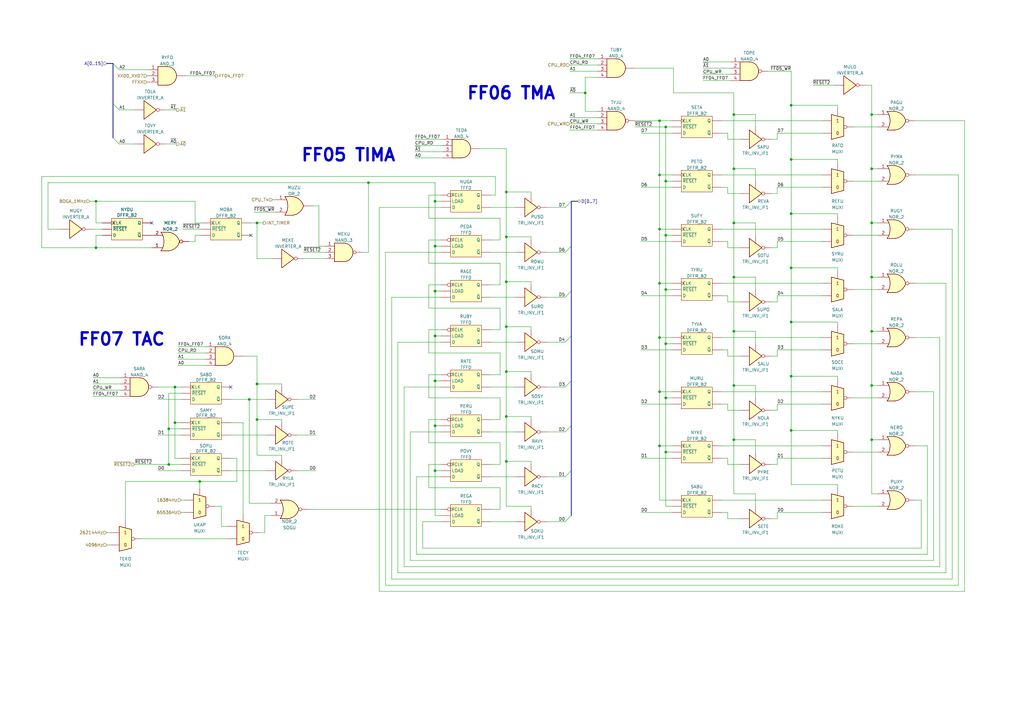
<source format=kicad_sch>
(kicad_sch (version 20211123) (generator eeschema)
  (paper "A3")
  (title_block (title "DMG-CPU B") (date "2022-12-22") (rev "0.3") (company "CC-BY-SA-4.0 Régis Galland & Michael Singer -- Derived work from Furrtek") (comment 1 "https://github.com/msinger/dmg-schematics"))
  (junction (at 207.645 170.815))
  (junction (at 300.99 91.44))
  (junction (at 300.99 46.99))
  (junction (at 178.435 82.55))
  (junction (at 69.215 190.5))
  (junction (at 71.755 173.355))
  (junction (at 207.645 115.57))
  (junction (at 273.05 74.295))
  (junction (at 357.505 180.34))
  (junction (at 300.99 113.665))
  (junction (at 39.37 82.55))
  (junction (at 71.755 158.75))
  (junction (at 207.645 189.23))
  (junction (at 357.505 135.89))
  (junction (at 105.41 157.48))
  (junction (at 81.915 197.485))
  (junction (at 324.485 43.18))
  (junction (at 105.41 172.085))
  (junction (at 273.05 52.07))
  (junction (at 178.435 156.21))
  (junction (at 270.51 138.43))
  (junction (at 270.51 182.88))
  (junction (at 105.41 91.44))
  (junction (at 324.485 65.405))
  (junction (at 178.435 119.38))
  (junction (at 324.485 154.305))
  (junction (at 270.51 49.53))
  (junction (at 178.435 137.795))
  (junction (at 300.99 69.215))
  (junction (at 357.505 113.665))
  (junction (at 324.485 87.63))
  (junction (at 273.05 185.42))
  (junction (at 357.505 91.44))
  (junction (at 178.435 174.625))
  (junction (at 207.645 97.155))
  (junction (at 273.05 96.52))
  (junction (at 300.99 158.115))
  (junction (at 151.13 74.93))
  (junction (at 207.645 152.4))
  (junction (at 273.05 118.745))
  (junction (at 270.51 71.755))
  (junction (at 324.485 132.08))
  (junction (at 273.05 140.97))
  (junction (at 357.505 69.215))
  (junction (at 300.99 135.89))
  (junction (at 178.435 100.965))
  (junction (at 39.37 101.6))
  (junction (at 324.485 176.53))
  (junction (at 270.51 160.655))
  (junction (at 207.645 133.985))
  (junction (at 357.505 158.115))
  (junction (at 357.505 46.99))
  (junction (at 270.51 93.98))
  (junction (at 178.435 193.04))
  (junction (at 270.51 116.205))
  (junction (at 207.645 78.74))
  (junction (at 102.235 163.83))
  (junction (at 324.485 109.855))
  (junction (at 300.99 180.34))
  (junction (at 69.215 175.895))
  (junction (at 273.05 163.195))
  (junction (at 240.03 38.1))
  (no_connect (at 102.87 96.52))
  (no_connect (at 62.23 91.44))
  (no_connect (at 94.615 158.75))
  (bus_entry (at 48.895 59.055) (size -2.54 -2.54))
  (bus_entry (at 231.775 158.75) (size 2.54 -2.54))
  (bus_entry (at 231.775 121.92) (size 2.54 -2.54))
  (bus_entry (at 231.775 140.335) (size 2.54 -2.54))
  (bus_entry (at 231.775 213.995) (size 2.54 -2.54))
  (bus_entry (at 231.775 195.58) (size 2.54 -2.54))
  (bus_entry (at 231.775 177.165) (size 2.54 -2.54))
  (bus_entry (at 231.775 103.505) (size 2.54 -2.54))
  (bus_entry (at 231.775 85.09) (size 2.54 -2.54))
  (bus_entry (at 48.895 45.085) (size -2.54 -2.54))
  (bus_entry (at 48.895 28.575) (size -2.54 -2.54))
  (wire (pts (xy 99.695 146.05) (xy 105.41 146.05)))
  (wire (pts (xy 80.01 91.44) (xy 82.55 91.44)))
  (wire (pts (xy 324.485 29.21) (xy 324.485 43.18)))
  (wire (pts (xy 71.755 158.75) (xy 74.295 158.75)))
  (wire (pts (xy 270.51 93.98) (xy 275.59 93.98)))
  (wire (pts (xy 324.485 176.53) (xy 324.485 198.755)))
  (wire (pts (xy 343.535 200.025) (xy 343.535 198.755)))
  (wire (pts (xy 160.655 121.92) (xy 160.655 237.49)))
  (wire (pts (xy 205.105 126.365) (xy 175.895 126.365)))
  (wire (pts (xy 357.505 180.34) (xy 357.505 202.565)))
  (wire (pts (xy 19.685 93.98) (xy 24.765 93.98)))
  (wire (pts (xy 270.51 93.98) (xy 270.51 116.205)))
  (wire (pts (xy 295.91 187.96) (xy 298.45 187.96)))
  (wire (pts (xy 130.81 100.965) (xy 133.35 100.965)))
  (wire (pts (xy 260.35 27.94) (xy 276.225 27.94)))
  (wire (pts (xy 276.225 38.1) (xy 300.99 38.1)))
  (wire (pts (xy 201.295 98.425) (xy 205.105 98.425)))
  (wire (pts (xy 205.105 89.535) (xy 175.895 89.535)))
  (wire (pts (xy 273.05 74.295) (xy 275.59 74.295)))
  (wire (pts (xy 260.35 49.53) (xy 270.51 49.53)))
  (wire (pts (xy 270.51 160.655) (xy 275.59 160.655)))
  (wire (pts (xy 300.99 113.665) (xy 300.99 135.89)))
  (wire (pts (xy 375.285 205.105) (xy 377.825 205.105)))
  (wire (pts (xy 38.1 157.48) (xy 49.53 157.48)))
  (wire (pts (xy 318.77 121.285) (xy 337.185 121.285)))
  (wire (pts (xy 295.91 71.755) (xy 337.185 71.755)))
  (wire (pts (xy 349.885 163.195) (xy 360.045 163.195)))
  (bus (pts (xy 46.355 42.545) (xy 46.355 26.035)))
  (wire (pts (xy 295.91 116.205) (xy 337.185 116.205)))
  (wire (pts (xy 74.295 205.105) (xy 75.565 205.105)))
  (wire (pts (xy 207.645 152.4) (xy 217.805 152.4)))
  (wire (pts (xy 151.13 74.93) (xy 19.685 74.93)))
  (wire (pts (xy 300.99 202.565) (xy 309.88 202.565)))
  (wire (pts (xy 105.41 157.48) (xy 115.57 157.48)))
  (wire (pts (xy 201.295 80.01) (xy 203.2 80.01)))
  (wire (pts (xy 300.99 135.89) (xy 300.99 158.115)))
  (wire (pts (xy 74.295 175.895) (xy 69.215 175.895)))
  (wire (pts (xy 165.735 232.41) (xy 385.445 232.41)))
  (wire (pts (xy 309.88 69.215) (xy 309.88 74.295)))
  (wire (pts (xy 115.57 157.48) (xy 115.57 158.75)))
  (wire (pts (xy 94.615 163.83) (xy 102.235 163.83)))
  (wire (pts (xy 393.065 71.755) (xy 375.285 71.755)))
  (wire (pts (xy 126.365 208.915) (xy 180.975 208.915)))
  (wire (pts (xy 375.285 93.98) (xy 390.525 93.98)))
  (wire (pts (xy 48.895 59.055) (xy 55.245 59.055)))
  (wire (pts (xy 90.805 207.645) (xy 88.265 207.645)))
  (wire (pts (xy 295.91 76.835) (xy 298.45 76.835)))
  (wire (pts (xy 270.51 49.53) (xy 275.59 49.53)))
  (wire (pts (xy 178.435 174.625) (xy 180.975 174.625)))
  (wire (pts (xy 270.51 49.53) (xy 270.51 71.755)))
  (wire (pts (xy 224.155 158.75) (xy 231.775 158.75)))
  (wire (pts (xy 69.215 161.29) (xy 69.215 175.895)))
  (wire (pts (xy 300.99 69.215) (xy 309.88 69.215)))
  (wire (pts (xy 71.755 187.96) (xy 74.295 187.96)))
  (wire (pts (xy 316.23 57.15) (xy 318.77 57.15)))
  (wire (pts (xy 262.89 99.06) (xy 275.59 99.06)))
  (wire (pts (xy 233.68 53.34) (xy 245.11 53.34)))
  (wire (pts (xy 73.025 142.24) (xy 84.455 142.24)))
  (wire (pts (xy 67.945 45.085) (xy 72.39 45.085)))
  (wire (pts (xy 224.155 103.505) (xy 231.775 103.505)))
  (wire (pts (xy 349.885 52.07) (xy 360.045 52.07)))
  (bus (pts (xy 46.355 56.515) (xy 46.355 42.545)))
  (wire (pts (xy 163.195 140.335) (xy 163.195 234.95)))
  (wire (pts (xy 300.99 113.665) (xy 309.88 113.665)))
  (wire (pts (xy 270.51 138.43) (xy 270.51 160.655)))
  (wire (pts (xy 102.235 163.83) (xy 109.22 163.83)))
  (wire (pts (xy 207.645 170.815) (xy 207.645 189.23)))
  (wire (pts (xy 380.365 182.88) (xy 380.365 227.33)))
  (wire (pts (xy 205.105 181.61) (xy 175.895 181.61)))
  (wire (pts (xy 357.505 34.925) (xy 357.505 46.99)))
  (wire (pts (xy 124.46 103.505) (xy 133.35 103.505)))
  (wire (pts (xy 273.05 163.195) (xy 273.05 185.42)))
  (wire (pts (xy 60.325 31.115) (xy 60.96 31.115)))
  (wire (pts (xy 343.535 87.63) (xy 324.485 87.63)))
  (wire (pts (xy 121.92 193.04) (xy 129.54 193.04)))
  (wire (pts (xy 207.645 115.57) (xy 207.645 133.985)))
  (wire (pts (xy 207.645 189.23) (xy 217.805 189.23)))
  (wire (pts (xy 233.68 26.67) (xy 245.11 26.67)))
  (wire (pts (xy 178.435 174.625) (xy 178.435 193.04)))
  (wire (pts (xy 298.45 99.06) (xy 298.45 101.6)))
  (wire (pts (xy 175.895 135.255) (xy 180.975 135.255)))
  (wire (pts (xy 343.535 44.45) (xy 343.535 43.18)))
  (wire (pts (xy 316.23 168.275) (xy 318.77 168.275)))
  (wire (pts (xy 175.895 172.085) (xy 180.975 172.085)))
  (wire (pts (xy 324.485 29.21) (xy 314.96 29.21)))
  (wire (pts (xy 393.065 240.03) (xy 393.065 71.755)))
  (wire (pts (xy 324.485 43.18) (xy 324.485 65.405)))
  (wire (pts (xy 121.92 178.435) (xy 129.54 178.435)))
  (wire (pts (xy 205.105 153.67) (xy 205.105 144.78)))
  (wire (pts (xy 240.03 38.1) (xy 240.03 45.72)))
  (wire (pts (xy 173.355 224.79) (xy 377.825 224.79)))
  (wire (pts (xy 74.295 161.29) (xy 69.215 161.29)))
  (wire (pts (xy 201.295 121.92) (xy 211.455 121.92)))
  (wire (pts (xy 224.155 140.335) (xy 231.775 140.335)))
  (wire (pts (xy 178.435 156.21) (xy 178.435 174.625)))
  (wire (pts (xy 43.815 218.44) (xy 45.085 218.44)))
  (wire (pts (xy 73.025 149.86) (xy 84.455 149.86)))
  (wire (pts (xy 111.76 81.915) (xy 113.03 81.915)))
  (bus (pts (xy 234.315 100.965) (xy 234.315 82.55)))
  (wire (pts (xy 201.295 177.165) (xy 211.455 177.165)))
  (bus (pts (xy 234.315 137.795) (xy 234.315 119.38)))
  (wire (pts (xy 357.505 135.89) (xy 357.505 158.115)))
  (wire (pts (xy 233.68 24.13) (xy 245.11 24.13)))
  (wire (pts (xy 298.45 123.825) (xy 303.53 123.825)))
  (wire (pts (xy 105.41 146.05) (xy 105.41 157.48)))
  (wire (pts (xy 324.485 154.305) (xy 324.485 176.53)))
  (wire (pts (xy 97.155 187.96) (xy 94.615 187.96)))
  (wire (pts (xy 298.45 168.275) (xy 303.53 168.275)))
  (wire (pts (xy 165.735 232.41) (xy 165.735 158.75)))
  (wire (pts (xy 318.77 54.61) (xy 318.77 57.15)))
  (wire (pts (xy 205.105 144.78) (xy 175.895 144.78)))
  (wire (pts (xy 207.645 133.985) (xy 207.645 152.4)))
  (wire (pts (xy 170.815 195.58) (xy 180.975 195.58)))
  (wire (pts (xy 180.975 193.04) (xy 178.435 193.04)))
  (wire (pts (xy 60.325 33.655) (xy 60.96 33.655)))
  (wire (pts (xy 318.77 187.96) (xy 337.185 187.96)))
  (wire (pts (xy 168.275 229.87) (xy 382.905 229.87)))
  (wire (pts (xy 38.1 154.94) (xy 49.53 154.94)))
  (wire (pts (xy 270.51 138.43) (xy 275.59 138.43)))
  (wire (pts (xy 300.99 46.99) (xy 300.99 69.215)))
  (wire (pts (xy 377.825 224.79) (xy 377.825 205.105)))
  (wire (pts (xy 105.41 106.045) (xy 111.76 106.045)))
  (wire (pts (xy 333.375 34.925) (xy 342.265 34.925)))
  (wire (pts (xy 57.785 220.98) (xy 93.345 220.98)))
  (wire (pts (xy 201.295 208.915) (xy 205.105 208.915)))
  (wire (pts (xy 270.51 160.655) (xy 270.51 182.88)))
  (wire (pts (xy 349.885 140.97) (xy 360.045 140.97)))
  (wire (pts (xy 309.88 202.565) (xy 309.88 207.645)))
  (wire (pts (xy 73.025 144.78) (xy 84.455 144.78)))
  (wire (pts (xy 318.77 101.6) (xy 318.77 99.06)))
  (wire (pts (xy 318.77 143.51) (xy 337.185 143.51)))
  (wire (pts (xy 207.645 60.96) (xy 207.645 78.74)))
  (wire (pts (xy 17.145 72.39) (xy 203.2 72.39)))
  (wire (pts (xy 357.505 158.115) (xy 357.505 180.34)))
  (wire (pts (xy 207.645 78.74) (xy 217.805 78.74)))
  (wire (pts (xy 207.645 133.985) (xy 217.805 133.985)))
  (wire (pts (xy 74.295 210.185) (xy 75.565 210.185)))
  (wire (pts (xy 295.91 99.06) (xy 298.45 99.06)))
  (wire (pts (xy 343.535 109.855) (xy 324.485 109.855)))
  (wire (pts (xy 99.695 173.355) (xy 99.695 210.82)))
  (wire (pts (xy 324.485 132.08) (xy 324.485 154.305)))
  (wire (pts (xy 69.215 175.895) (xy 69.215 190.5)))
  (wire (pts (xy 201.295 116.84) (xy 205.105 116.84)))
  (wire (pts (xy 357.505 46.99) (xy 357.505 69.215)))
  (wire (pts (xy 170.18 64.77) (xy 181.61 64.77)))
  (wire (pts (xy 175.895 98.425) (xy 180.975 98.425)))
  (wire (pts (xy 300.99 38.1) (xy 300.99 46.99)))
  (wire (pts (xy 295.91 205.105) (xy 337.185 205.105)))
  (wire (pts (xy 205.105 172.085) (xy 205.105 163.195)))
  (wire (pts (xy 309.88 46.99) (xy 309.88 52.07)))
  (wire (pts (xy 318.77 54.61) (xy 337.185 54.61)))
  (wire (pts (xy 71.755 173.355) (xy 74.295 173.355)))
  (bus (pts (xy 234.315 211.455) (xy 234.315 193.04)))
  (bus (pts (xy 234.315 193.04) (xy 234.315 174.625)))
  (wire (pts (xy 295.91 121.285) (xy 298.45 121.285)))
  (wire (pts (xy 318.77 146.05) (xy 318.77 143.51)))
  (bus (pts (xy 234.315 156.21) (xy 234.315 137.795)))
  (wire (pts (xy 309.88 113.665) (xy 309.88 118.745)))
  (wire (pts (xy 318.77 165.735) (xy 337.185 165.735)))
  (wire (pts (xy 318.77 79.375) (xy 318.77 76.835)))
  (wire (pts (xy 382.905 160.655) (xy 375.285 160.655)))
  (wire (pts (xy 300.99 180.34) (xy 300.99 202.565)))
  (wire (pts (xy 360.045 180.34) (xy 357.505 180.34)))
  (wire (pts (xy 262.89 143.51) (xy 275.59 143.51)))
  (wire (pts (xy 224.155 177.165) (xy 231.775 177.165)))
  (wire (pts (xy 217.805 133.985) (xy 217.805 135.255)))
  (wire (pts (xy 295.91 165.735) (xy 298.45 165.735)))
  (wire (pts (xy 298.45 165.735) (xy 298.45 168.275)))
  (wire (pts (xy 108.585 211.455) (xy 111.125 211.455)))
  (wire (pts (xy 273.05 118.745) (xy 273.05 140.97)))
  (wire (pts (xy 262.89 210.185) (xy 275.59 210.185)))
  (wire (pts (xy 270.51 182.88) (xy 275.59 182.88)))
  (wire (pts (xy 105.41 186.69) (xy 115.57 186.69)))
  (wire (pts (xy 217.805 78.74) (xy 217.805 80.01)))
  (wire (pts (xy 375.285 182.88) (xy 380.365 182.88)))
  (wire (pts (xy 178.435 137.795) (xy 178.435 156.21)))
  (wire (pts (xy 318.77 210.185) (xy 337.185 210.185)))
  (wire (pts (xy 349.885 74.295) (xy 360.045 74.295)))
  (wire (pts (xy 273.05 207.645) (xy 275.59 207.645)))
  (wire (pts (xy 128.27 84.455) (xy 130.81 84.455)))
  (wire (pts (xy 288.29 25.4) (xy 299.72 25.4)))
  (wire (pts (xy 298.45 190.5) (xy 303.53 190.5)))
  (wire (pts (xy 273.05 118.745) (xy 275.59 118.745)))
  (wire (pts (xy 295.91 160.655) (xy 337.185 160.655)))
  (wire (pts (xy 207.645 115.57) (xy 217.805 115.57)))
  (wire (pts (xy 175.895 163.195) (xy 175.895 153.67)))
  (wire (pts (xy 207.645 78.74) (xy 207.645 97.155)))
  (wire (pts (xy 298.45 146.05) (xy 303.53 146.05)))
  (wire (pts (xy 178.435 137.795) (xy 180.975 137.795)))
  (wire (pts (xy 81.915 197.485) (xy 51.435 197.485)))
  (wire (pts (xy 205.105 163.195) (xy 175.895 163.195)))
  (wire (pts (xy 262.89 76.835) (xy 275.59 76.835)))
  (wire (pts (xy 175.895 126.365) (xy 175.895 116.84)))
  (wire (pts (xy 270.51 71.755) (xy 275.59 71.755)))
  (wire (pts (xy 360.045 69.215) (xy 357.505 69.215)))
  (wire (pts (xy 74.295 190.5) (xy 69.215 190.5)))
  (wire (pts (xy 349.885 96.52) (xy 360.045 96.52)))
  (wire (pts (xy 288.29 27.94) (xy 299.72 27.94)))
  (wire (pts (xy 318.77 123.825) (xy 318.77 121.285)))
  (wire (pts (xy 357.505 69.215) (xy 357.505 91.44)))
  (wire (pts (xy 217.805 152.4) (xy 217.805 153.67)))
  (wire (pts (xy 273.05 52.07) (xy 273.05 74.295)))
  (wire (pts (xy 207.645 170.815) (xy 217.805 170.815)))
  (wire (pts (xy 81.915 197.485) (xy 81.915 200.025)))
  (wire (pts (xy 64.77 163.83) (xy 74.295 163.83)))
  (wire (pts (xy 273.05 96.52) (xy 273.05 118.745)))
  (wire (pts (xy 155.575 242.57) (xy 395.605 242.57)))
  (wire (pts (xy 298.45 187.96) (xy 298.45 190.5)))
  (wire (pts (xy 224.155 195.58) (xy 231.775 195.58)))
  (wire (pts (xy 158.115 240.03) (xy 393.065 240.03)))
  (wire (pts (xy 300.99 135.89) (xy 309.88 135.89)))
  (wire (pts (xy 316.23 212.725) (xy 318.77 212.725)))
  (wire (pts (xy 295.91 54.61) (xy 298.45 54.61)))
  (wire (pts (xy 148.59 103.505) (xy 151.13 103.505)))
  (wire (pts (xy 343.535 43.18) (xy 324.485 43.18)))
  (wire (pts (xy 108.585 211.455) (xy 108.585 218.44)))
  (bus (pts (xy 234.315 119.38) (xy 234.315 100.965)))
  (wire (pts (xy 38.1 162.56) (xy 49.53 162.56)))
  (wire (pts (xy 37.465 93.98) (xy 41.91 93.98)))
  (wire (pts (xy 201.295 195.58) (xy 211.455 195.58)))
  (wire (pts (xy 39.37 82.55) (xy 80.01 82.55)))
  (wire (pts (xy 196.85 60.96) (xy 207.645 60.96)))
  (wire (pts (xy 175.895 181.61) (xy 175.895 172.085)))
  (wire (pts (xy 175.895 116.84) (xy 180.975 116.84)))
  (wire (pts (xy 360.045 113.665) (xy 357.505 113.665)))
  (wire (pts (xy 175.895 190.5) (xy 180.975 190.5)))
  (wire (pts (xy 105.41 157.48) (xy 105.41 172.085)))
  (wire (pts (xy 270.51 71.755) (xy 270.51 93.98)))
  (wire (pts (xy 155.575 85.09) (xy 180.975 85.09)))
  (wire (pts (xy 155.575 85.09) (xy 155.575 242.57)))
  (wire (pts (xy 205.105 135.255) (xy 205.105 126.365)))
  (wire (pts (xy 318.77 99.06) (xy 337.185 99.06)))
  (wire (pts (xy 105.41 91.44) (xy 107.95 91.44)))
  (wire (pts (xy 17.145 72.39) (xy 17.145 101.6)))
  (wire (pts (xy 343.535 133.35) (xy 343.535 132.08)))
  (wire (pts (xy 298.45 76.835) (xy 298.45 79.375)))
  (wire (pts (xy 207.645 207.645) (xy 217.805 207.645)))
  (wire (pts (xy 309.88 158.115) (xy 309.88 163.195)))
  (wire (pts (xy 385.445 138.43) (xy 385.445 232.41)))
  (wire (pts (xy 115.57 186.69) (xy 115.57 187.96)))
  (wire (pts (xy 201.295 85.09) (xy 211.455 85.09)))
  (wire (pts (xy 262.89 165.735) (xy 275.59 165.735)))
  (wire (pts (xy 390.525 93.98) (xy 390.525 237.49)))
  (wire (pts (xy 76.2 31.115) (xy 88.265 31.115)))
  (wire (pts (xy 318.77 190.5) (xy 318.77 187.96)))
  (wire (pts (xy 67.945 59.055) (xy 72.39 59.055)))
  (wire (pts (xy 201.295 158.75) (xy 211.455 158.75)))
  (wire (pts (xy 36.83 82.55) (xy 39.37 82.55)))
  (wire (pts (xy 178.435 211.455) (xy 180.975 211.455)))
  (wire (pts (xy 324.485 109.855) (xy 324.485 132.08)))
  (wire (pts (xy 163.195 140.335) (xy 180.975 140.335)))
  (wire (pts (xy 217.805 207.645) (xy 217.805 208.915)))
  (wire (pts (xy 316.23 79.375) (xy 318.77 79.375)))
  (wire (pts (xy 300.99 69.215) (xy 300.99 91.44)))
  (wire (pts (xy 165.735 158.75) (xy 180.975 158.75)))
  (wire (pts (xy 178.435 74.93) (xy 178.435 82.55)))
  (wire (pts (xy 298.45 101.6) (xy 303.53 101.6)))
  (wire (pts (xy 178.435 100.965) (xy 178.435 119.38)))
  (wire (pts (xy 102.235 163.83) (xy 102.235 206.375)))
  (wire (pts (xy 298.45 210.185) (xy 298.45 212.725)))
  (wire (pts (xy 324.485 87.63) (xy 324.485 109.855)))
  (wire (pts (xy 205.105 190.5) (xy 205.105 181.61)))
  (wire (pts (xy 217.805 170.815) (xy 217.805 172.085)))
  (wire (pts (xy 170.815 227.33) (xy 380.365 227.33)))
  (wire (pts (xy 71.755 158.75) (xy 71.755 173.355)))
  (wire (pts (xy 382.905 229.87) (xy 382.905 160.655)))
  (wire (pts (xy 240.03 38.1) (xy 240.03 31.75)))
  (wire (pts (xy 39.37 91.44) (xy 39.37 82.55)))
  (wire (pts (xy 170.18 57.15) (xy 181.61 57.15)))
  (wire (pts (xy 309.88 91.44) (xy 309.88 96.52)))
  (wire (pts (xy 343.535 66.675) (xy 343.535 65.405)))
  (wire (pts (xy 270.51 116.205) (xy 275.59 116.205)))
  (wire (pts (xy 298.45 143.51) (xy 298.45 146.05)))
  (wire (pts (xy 178.435 156.21) (xy 180.975 156.21)))
  (wire (pts (xy 105.41 172.085) (xy 115.57 172.085)))
  (wire (pts (xy 121.92 163.83) (xy 129.54 163.83)))
  (wire (pts (xy 124.46 106.045) (xy 133.35 106.045)))
  (wire (pts (xy 349.885 118.745) (xy 360.045 118.745)))
  (wire (pts (xy 295.91 138.43) (xy 337.185 138.43)))
  (wire (pts (xy 175.895 107.95) (xy 175.895 98.425)))
  (wire (pts (xy 300.99 46.99) (xy 309.88 46.99)))
  (wire (pts (xy 316.23 123.825) (xy 318.77 123.825)))
  (wire (pts (xy 108.585 218.44) (xy 106.045 218.44)))
  (wire (pts (xy 343.535 111.125) (xy 343.535 109.855)))
  (wire (pts (xy 178.435 119.38) (xy 178.435 137.795)))
  (wire (pts (xy 205.105 208.915) (xy 205.105 200.025)))
  (wire (pts (xy 295.91 143.51) (xy 298.45 143.51)))
  (wire (pts (xy 233.68 48.26) (xy 245.11 48.26)))
  (wire (pts (xy 357.505 91.44) (xy 357.505 113.665)))
  (wire (pts (xy 201.295 172.085) (xy 205.105 172.085)))
  (wire (pts (xy 64.77 158.75) (xy 71.755 158.75)))
  (wire (pts (xy 105.41 172.085) (xy 105.41 186.69)))
  (wire (pts (xy 295.91 93.98) (xy 337.185 93.98)))
  (wire (pts (xy 288.29 30.48) (xy 299.72 30.48)))
  (wire (pts (xy 318.77 76.835) (xy 337.185 76.835)))
  (wire (pts (xy 375.285 49.53) (xy 395.605 49.53)))
  (wire (pts (xy 151.13 74.93) (xy 178.435 74.93)))
  (wire (pts (xy 360.045 91.44) (xy 357.505 91.44)))
  (wire (pts (xy 178.435 193.04) (xy 178.435 211.455)))
  (wire (pts (xy 343.535 132.08) (xy 324.485 132.08)))
  (wire (pts (xy 270.51 205.105) (xy 275.59 205.105)))
  (wire (pts (xy 349.885 207.645) (xy 360.045 207.645)))
  (wire (pts (xy 270.51 182.88) (xy 270.51 205.105)))
  (bus (pts (xy 234.315 82.55) (xy 236.855 82.55)))
  (wire (pts (xy 375.285 138.43) (xy 385.445 138.43)))
  (wire (pts (xy 273.05 140.97) (xy 273.05 163.195)))
  (wire (pts (xy 360.045 202.565) (xy 357.505 202.565)))
  (wire (pts (xy 300.99 91.44) (xy 309.88 91.44)))
  (wire (pts (xy 175.895 80.01) (xy 180.975 80.01)))
  (wire (pts (xy 217.805 115.57) (xy 217.805 116.84)))
  (wire (pts (xy 207.645 152.4) (xy 207.645 170.815)))
  (wire (pts (xy 170.18 62.23) (xy 181.61 62.23)))
  (wire (pts (xy 343.535 176.53) (xy 324.485 176.53)))
  (wire (pts (xy 207.645 97.155) (xy 207.645 115.57)))
  (wire (pts (xy 343.535 154.305) (xy 324.485 154.305)))
  (wire (pts (xy 300.99 158.115) (xy 309.88 158.115)))
  (wire (pts (xy 97.155 187.96) (xy 97.155 197.485)))
  (wire (pts (xy 102.235 206.375) (xy 111.125 206.375)))
  (wire (pts (xy 170.815 227.33) (xy 170.815 195.58)))
  (wire (pts (xy 160.655 121.92) (xy 180.975 121.92)))
  (wire (pts (xy 178.435 119.38) (xy 180.975 119.38)))
  (wire (pts (xy 273.05 96.52) (xy 275.59 96.52)))
  (wire (pts (xy 354.965 34.925) (xy 357.505 34.925)))
  (wire (pts (xy 115.57 172.085) (xy 115.57 173.355)))
  (wire (pts (xy 102.87 91.44) (xy 105.41 91.44)))
  (wire (pts (xy 201.295 140.335) (xy 211.455 140.335)))
  (wire (pts (xy 360.045 46.99) (xy 357.505 46.99)))
  (wire (pts (xy 104.14 86.995) (xy 113.03 86.995)))
  (wire (pts (xy 295.91 182.88) (xy 337.185 182.88)))
  (wire (pts (xy 298.45 54.61) (xy 298.45 57.15)))
  (wire (pts (xy 168.275 177.165) (xy 180.975 177.165)))
  (wire (pts (xy 175.895 144.78) (xy 175.895 135.255)))
  (wire (pts (xy 205.105 200.025) (xy 175.895 200.025)))
  (wire (pts (xy 178.435 100.965) (xy 180.975 100.965)))
  (wire (pts (xy 298.45 57.15) (xy 303.53 57.15)))
  (wire (pts (xy 298.45 121.285) (xy 298.45 123.825)))
  (wire (pts (xy 90.805 207.645) (xy 90.805 215.9)))
  (wire (pts (xy 260.35 52.07) (xy 273.05 52.07)))
  (wire (pts (xy 360.045 158.115) (xy 357.505 158.115)))
  (wire (pts (xy 74.93 93.98) (xy 82.55 93.98)))
  (wire (pts (xy 201.295 213.995) (xy 211.455 213.995)))
  (wire (pts (xy 273.05 74.295) (xy 273.05 96.52)))
  (wire (pts (xy 71.755 173.355) (xy 71.755 187.96)))
  (wire (pts (xy 224.155 213.995) (xy 231.775 213.995)))
  (wire (pts (xy 163.195 234.95) (xy 387.985 234.95)))
  (wire (pts (xy 324.485 65.405) (xy 343.535 65.405)))
  (wire (pts (xy 205.105 107.95) (xy 175.895 107.95)))
  (wire (pts (xy 300.99 180.34) (xy 309.88 180.34)))
  (wire (pts (xy 262.89 187.96) (xy 275.59 187.96)))
  (wire (pts (xy 48.895 28.575) (xy 60.96 28.575)))
  (wire (pts (xy 295.91 210.185) (xy 298.45 210.185)))
  (wire (pts (xy 207.645 189.23) (xy 207.645 207.645)))
  (bus (pts (xy 43.815 26.035) (xy 46.355 26.035)))
  (wire (pts (xy 201.295 190.5) (xy 205.105 190.5)))
  (wire (pts (xy 151.13 74.93) (xy 151.13 103.505)))
  (wire (pts (xy 43.815 223.52) (xy 45.085 223.52)))
  (wire (pts (xy 175.895 89.535) (xy 175.895 80.01)))
  (wire (pts (xy 201.295 103.505) (xy 211.455 103.505)))
  (wire (pts (xy 324.485 65.405) (xy 324.485 87.63)))
  (wire (pts (xy 39.37 96.52) (xy 41.91 96.52)))
  (wire (pts (xy 318.77 212.725) (xy 318.77 210.185)))
  (wire (pts (xy 41.91 91.44) (xy 39.37 91.44)))
  (wire (pts (xy 343.535 88.9) (xy 343.535 87.63)))
  (wire (pts (xy 201.295 135.255) (xy 205.105 135.255)))
  (wire (pts (xy 295.91 49.53) (xy 337.185 49.53)))
  (wire (pts (xy 160.655 237.49) (xy 390.525 237.49)))
  (wire (pts (xy 80.01 96.52) (xy 82.55 96.52)))
  (wire (pts (xy 318.77 168.275) (xy 318.77 165.735)))
  (wire (pts (xy 316.23 190.5) (xy 318.77 190.5)))
  (wire (pts (xy 395.605 49.53) (xy 395.605 242.57)))
  (wire (pts (xy 130.81 84.455) (xy 130.81 100.965)))
  (wire (pts (xy 168.275 177.165) (xy 168.275 229.87)))
  (wire (pts (xy 73.025 147.32) (xy 84.455 147.32)))
  (wire (pts (xy 273.05 163.195) (xy 275.59 163.195)))
  (wire (pts (xy 357.505 113.665) (xy 357.505 135.89)))
  (wire (pts (xy 64.77 178.435) (xy 74.295 178.435)))
  (wire (pts (xy 273.05 140.97) (xy 275.59 140.97)))
  (wire (pts (xy 105.41 91.44) (xy 105.41 106.045)))
  (wire (pts (xy 387.985 116.205) (xy 375.285 116.205)))
  (wire (pts (xy 39.37 101.6) (xy 62.23 101.6)))
  (bus (pts (xy 234.315 174.625) (xy 234.315 156.21)))
  (wire (pts (xy 19.685 74.93) (xy 19.685 93.98)))
  (wire (pts (xy 276.225 27.94) (xy 276.225 38.1)))
  (wire (pts (xy 387.985 234.95) (xy 387.985 116.205)))
  (wire (pts (xy 233.68 29.21) (xy 245.11 29.21)))
  (wire (pts (xy 273.05 52.07) (xy 275.59 52.07)))
  (wire (pts (xy 217.805 97.155) (xy 217.805 98.425)))
  (wire (pts (xy 316.23 101.6) (xy 318.77 101.6)))
  (wire (pts (xy 17.145 101.6) (xy 39.37 101.6)))
  (wire (pts (xy 309.88 180.34) (xy 309.88 185.42)))
  (wire (pts (xy 343.535 177.8) (xy 343.535 176.53)))
  (wire (pts (xy 288.29 33.02) (xy 299.72 33.02)))
  (wire (pts (xy 173.355 213.995) (xy 173.355 224.79)))
  (wire (pts (xy 39.37 101.6) (xy 39.37 96.52)))
  (wire (pts (xy 175.895 200.025) (xy 175.895 190.5)))
  (wire (pts (xy 175.895 153.67) (xy 180.975 153.67)))
  (wire (pts (xy 233.68 38.1) (xy 240.03 38.1)))
  (wire (pts (xy 55.245 190.5) (xy 69.215 190.5)))
  (wire (pts (xy 316.23 146.05) (xy 318.77 146.05)))
  (wire (pts (xy 80.01 82.55) (xy 80.01 91.44)))
  (wire (pts (xy 343.535 198.755) (xy 324.485 198.755)))
  (wire (pts (xy 207.645 97.155) (xy 217.805 97.155)))
  (wire (pts (xy 81.915 197.485) (xy 97.155 197.485)))
  (wire (pts (xy 233.68 50.8) (xy 245.11 50.8)))
  (wire (pts (xy 94.615 173.355) (xy 99.695 173.355)))
  (wire (pts (xy 178.435 82.55) (xy 178.435 100.965)))
  (wire (pts (xy 217.805 189.23) (xy 217.805 190.5)))
  (wire (pts (xy 224.155 121.92) (xy 231.775 121.92)))
  (wire (pts (xy 298.45 79.375) (xy 303.53 79.375)))
  (wire (pts (xy 343.535 155.575) (xy 343.535 154.305)))
  (wire (pts (xy 203.2 80.01) (xy 203.2 72.39)))
  (wire (pts (xy 80.01 96.52) (xy 80.01 99.06)))
  (wire (pts (xy 64.77 193.04) (xy 74.295 193.04)))
  (wire (pts (xy 360.045 135.89) (xy 357.505 135.89)))
  (wire (pts (xy 94.615 193.04) (xy 109.22 193.04)))
  (wire (pts (xy 273.05 185.42) (xy 273.05 207.645)))
  (wire (pts (xy 224.155 85.09) (xy 231.775 85.09)))
  (wire (pts (xy 205.105 116.84) (xy 205.105 107.95)))
  (wire (pts (xy 90.805 215.9) (xy 93.345 215.9)))
  (wire (pts (xy 38.1 160.02) (xy 49.53 160.02)))
  (wire (pts (xy 51.435 197.485) (xy 51.435 213.36)))
  (wire (pts (xy 300.99 91.44) (xy 300.99 113.665)))
  (wire (pts (xy 158.115 103.505) (xy 180.975 103.505)))
  (wire (pts (xy 240.03 45.72) (xy 245.11 45.72)))
  (wire (pts (xy 94.615 178.435) (xy 109.22 178.435)))
  (wire (pts (xy 205.105 98.425) (xy 205.105 89.535)))
  (wire (pts (xy 262.89 121.285) (xy 275.59 121.285)))
  (wire (pts (xy 173.355 213.995) (xy 180.975 213.995)))
  (wire (pts (xy 48.895 45.085) (xy 55.245 45.085)))
  (wire (pts (xy 240.03 31.75) (xy 245.11 31.75)))
  (wire (pts (xy 300.99 158.115) (xy 300.99 180.34)))
  (wire (pts (xy 270.51 116.205) (xy 270.51 138.43)))
  (wire (pts (xy 298.45 212.725) (xy 303.53 212.725)))
  (wire (pts (xy 349.885 185.42) (xy 360.045 185.42)))
  (wire (pts (xy 170.18 59.69) (xy 181.61 59.69)))
  (wire (pts (xy 201.295 153.67) (xy 205.105 153.67)))
  (wire (pts (xy 80.01 99.06) (xy 77.47 99.06)))
  (wire (pts (xy 273.05 185.42) (xy 275.59 185.42)))
  (wire (pts (xy 309.88 135.89) (xy 309.88 140.97)))
  (wire (pts (xy 158.115 103.505) (xy 158.115 240.03)))
  (wire (pts (xy 262.89 54.61) (xy 275.59 54.61)))
  (wire (pts (xy 180.975 82.55) (xy 178.435 82.55)))
  (text "FF07 TAC\n" (at 31.75 142.24 0) (effects (font (size 5 5) (thickness 1) bold) (justify left bottom)))
  (text "FF05 TIMA" (at 123.19 66.675 0) (effects (font (size 5 5) (thickness 1) bold) (justify left bottom)))
  (text "FF06 TMA" (at 191.135 41.275 0) (effects (font (size 5 5) (thickness 1) bold) (justify left bottom)))
  (label "A1" (at 48.895 45.085 0))
  (label "A0" (at 288.29 25.4 0))
  (label "A1" (at 233.68 29.21 0))
  (label "D2" (at 64.77 163.83 0))
  (label "A1" (at 73.025 147.32 0))
  (label "D1" (at 64.77 178.435 0))
  (label "D5" (at 262.89 99.06 0))
  (label "CPU_WR" (at 288.29 30.48 0))
  (label "D6" (at 231.775 103.505 180))
  (label "D1" (at 129.54 178.435 180))
  (label "~{RESET2}" (at 74.93 93.98 0))
  (label "CPU_RD" (at 73.025 144.78 0))
  (label "FF04_FF07" (at 88.265 31.115 180))
  (label "~{RESET2}" (at 124.46 103.505 0))
  (label "~{A0}" (at 233.68 38.1 0))
  (label "D5" (at 231.775 121.92 180))
  (label "D7" (at 231.775 85.09 180))
  (label "~{RESET2}" (at 55.245 190.5 0))
  (label "D4" (at 318.77 121.285 0))
  (label "A0" (at 170.18 64.77 0))
  (label "~{A1}" (at 170.18 62.23 0))
  (label "D4" (at 231.775 140.335 180))
  (label "FF04_FF07" (at 38.1 162.56 0))
  (label "A2" (at 48.895 28.575 0))
  (label "D4" (at 262.89 121.285 0))
  (label "D0" (at 129.54 193.04 180))
  (label "FF04_FF07" (at 288.29 33.02 0))
  (label "~{FF05_WR}" (at 104.14 86.995 0))
  (label "CPU_RD" (at 233.68 26.67 0))
  (label "A0" (at 73.025 149.86 0))
  (label "A1" (at 233.68 48.26 0))
  (label "~{A1}" (at 72.39 45.085 180))
  (label "A0" (at 48.895 59.055 0))
  (label "FF04_FF07" (at 170.18 57.15 0))
  (label "D2" (at 262.89 165.735 0))
  (label "A0" (at 38.1 154.94 0))
  (label "D5" (at 318.77 99.06 0))
  (label "D7" (at 318.77 54.61 0))
  (label "D6" (at 262.89 76.835 0))
  (label "~{FF05_WR}" (at 324.485 29.21 180))
  (label "CPU_WR" (at 38.1 160.02 0))
  (label "D0" (at 231.775 213.995 180))
  (label "FF04_FF07" (at 233.68 53.34 0))
  (label "D0" (at 64.77 193.04 0))
  (label "D2" (at 129.54 163.83 180))
  (label "D1" (at 231.775 195.58 180))
  (label "D3" (at 231.775 158.75 180))
  (label "D3" (at 262.89 143.51 0))
  (label "D2" (at 318.77 165.735 0))
  (label "D6" (at 318.77 76.835 0))
  (label "~{RESET2}" (at 260.35 52.07 0))
  (label "CPU_WR" (at 233.68 50.8 0))
  (label "D3" (at 318.77 143.51 0))
  (label "~{A1}" (at 288.29 27.94 0))
  (label "D1" (at 318.77 187.96 0))
  (label "~{RESET2}" (at 333.375 34.925 0))
  (label "D2" (at 231.775 177.165 180))
  (label "D7" (at 262.89 54.61 0))
  (label "~{A0}" (at 72.39 59.055 180))
  (label "CPU_RD" (at 170.18 59.69 0))
  (label "FF04_FF07" (at 233.68 24.13 0))
  (label "D0" (at 262.89 210.185 0))
  (label "FF04_FF07" (at 73.025 142.24 0))
  (label "D1" (at 262.89 187.96 0))
  (label "A1" (at 38.1 157.48 0))
  (label "D0" (at 318.77 210.185 0))
  (hierarchical_label "FF04_FF07" (shape output) (at 88.265 31.115 0))
  (hierarchical_label "INT_TIMER" (shape output) (at 107.95 91.44 0))
  (hierarchical_label "~{A0}" (shape output) (at 72.39 59.055 0))
  (hierarchical_label "16384Hz" (shape input) (at 74.295 205.105 180))
  (hierarchical_label "CPU_RD" (shape input) (at 233.68 26.67 180))
  (hierarchical_label "BOGA_1MHz" (shape input) (at 36.83 82.55 180))
  (hierarchical_label "CPU_T4" (shape input) (at 111.76 81.915 180))
  (hierarchical_label "XX00_XX07" (shape input) (at 60.325 31.115 180))
  (hierarchical_label "FFXX" (shape input) (at 60.325 33.655 180))
  (hierarchical_label "CPU_WR" (shape input) (at 233.68 50.8 180))
  (hierarchical_label "262144Hz" (shape input) (at 43.815 218.44 180))
  (hierarchical_label "~{A1}" (shape output) (at 72.39 45.085 0))
  (hierarchical_label "4096Hz" (shape input) (at 43.815 223.52 180))
  (hierarchical_label "~{RESET2}" (shape input) (at 55.245 190.5 180))
  (hierarchical_label "A[0..15]" (shape input) (at 43.815 26.035 180))
  (hierarchical_label "65536Hz" (shape input) (at 74.295 210.185 180))
  (hierarchical_label "D[0..7]" (shape bidirectional) (at 236.855 82.55 0))
  (symbol (lib_id "DMG_CPU_Cells:DFFR_B2") (at 84.455 190.5 0) (unit 1)
    (property "Reference" "SOPU" (at 84.455 182.88 0))
    (property "Value" "DFFR_B2" (at 84.455 185.0191 0))
    (property "Datasheet" "http://iceboy.a-singer.de/doc/dmg_cells.html#dffr_b2" (effects hide))
  )
  (symbol (lib_id "DMG_CPU_Cells:MUXI") (at 343.535 118.745 0) (unit 1)
    (property "Reference" "SALA" (at 343.535 127 0))
    (property "Value" "MUXI" (at 343.535 129.54 0))
    (property "Datasheet" "http://iceboy.a-singer.de/doc/dmg_cells.html#muxi" (effects hide))
  )
  (symbol (lib_id "DMG_CPU_Cells:MUXI") (at 343.535 140.97 0) (unit 1)
    (property "Reference" "SOCE" (at 343.535 148.59 0))
    (property "Value" "MUXI" (at 343.535 151.13 0))
    (property "Datasheet" "http://iceboy.a-singer.de/doc/dmg_cells.html#muxi" (effects hide))
  )
  (symbol (lib_id "DMG_CPU_Cells:NAND_3") (at 140.97 103.505 0) (unit 1)
    (property "Reference" "MEXU" (at 140.97 95.9952 0))
    (property "Value" "NAND_3" (at 140.97 98.5321 0))
    (property "Datasheet" "http://iceboy.a-singer.de/doc/dmg_cells.html#nand3" (effects hide))
  )
  (symbol (lib_id "DMG_CPU_Cells:TRI_INV_IF1") (at 309.88 168.275 0) (unit 1)
    (property "Reference" "NOLA" (at 313.055 171.45 0))
    (property "Value" "TRI_INV_IF1" (at 309.88 173.99 0))
    (property "Datasheet" "http://iceboy.a-singer.de/doc/dmg_cells.html#tri_inv_if1" (effects hide))
  )
  (symbol (lib_id "DMG_CPU_Cells:NOR_2") (at 367.665 93.98 0) (unit 1)
    (property "Reference" "RUGY" (at 367.6648 86.4702 0))
    (property "Value" "NOR_2" (at 367.6648 89.0071 0))
    (property "Datasheet" "http://iceboy.a-singer.de/doc/dmg_cells.html#nor2" (effects hide))
  )
  (symbol (lib_id "DMG_CPU_Cells:MUXI") (at 343.535 96.52 0) (unit 1)
    (property "Reference" "SYRU" (at 343.535 104.14 0))
    (property "Value" "MUXI" (at 343.535 106.68 0))
    (property "Datasheet" "http://iceboy.a-singer.de/doc/dmg_cells.html#muxi" (effects hide))
  )
  (symbol (lib_id "DMG_CPU_Cells:TRI_INV_IF1") (at 309.88 146.05 0) (unit 1)
    (property "Reference" "SALU" (at 313.055 149.225 0))
    (property "Value" "TRI_INV_IF1" (at 309.88 151.765 0))
    (property "Datasheet" "http://iceboy.a-singer.de/doc/dmg_cells.html#tri_inv_if1" (effects hide))
  )
  (symbol (lib_id "DMG_CPU_Cells:MUXI") (at 81.915 207.645 0) (unit 1)
    (property "Reference" "UKAP" (at 81.915 215.265 0))
    (property "Value" "MUXI" (at 81.915 217.805 0))
    (property "Datasheet" "http://iceboy.a-singer.de/doc/dmg_cells.html#muxi" (effects hide))
  )
  (symbol (lib_id "DMG_CPU_Cells:DFFR_B2") (at 52.07 93.98 0) (unit 1)
    (property "Reference" "NYDU" (at 52.07 85.9622 0))
    (property "Value" "DFFR_B2" (at 52.07 88.265 0))
    (property "Datasheet" "http://iceboy.a-singer.de/doc/dmg_cells.html#dffr_b2" (effects hide))
  )
  (symbol (lib_id "DMG_CPU_Cells:TRI_INV_IF1") (at 217.805 213.995 0) (unit 1)
    (property "Reference" "SOKU" (at 220.345 217.805 0))
    (property "Value" "TRI_INV_IF1" (at 217.805 220.345 0))
    (property "Datasheet" "http://iceboy.a-singer.de/doc/dmg_cells.html#tri_inv_if1" (effects hide))
  )
  (symbol (lib_id "DMG_CPU_Cells:MUXI") (at 343.535 207.645 0) (unit 1)
    (property "Reference" "ROKE" (at 343.535 215.9 0))
    (property "Value" "MUXI" (at 343.535 218.44 0))
    (property "Datasheet" "http://iceboy.a-singer.de/doc/dmg_cells.html#muxi" (effects hide))
  )
  (symbol (lib_id "DMG_CPU_Cells:INVERTER_A") (at 61.595 45.085 0) (unit 1)
    (property "Reference" "TOLA" (at 61.595 37.5752 0))
    (property "Value" "INVERTER_A" (at 61.595 40.1121 0))
    (property "Datasheet" "http://iceboy.a-singer.de/doc/dmg_cells.html#inv_a" (effects hide))
  )
  (symbol (lib_id "DMG_CPU_Cells:INVERTER_A") (at 118.11 106.045 0) (unit 1)
    (property "Reference" "MEKE" (at 118.11 98.5352 0))
    (property "Value" "INVERTER_A" (at 118.11 101.0721 0))
    (property "Datasheet" "http://iceboy.a-singer.de/doc/dmg_cells.html#inv_a" (effects hide))
  )
  (symbol (lib_id "DMG_CPU_Cells:NOR_2") (at 367.665 49.53 0) (unit 1)
    (property "Reference" "PAGU" (at 367.6648 42.0202 0))
    (property "Value" "NOR_2" (at 367.6648 44.5571 0))
    (property "Datasheet" "http://iceboy.a-singer.de/doc/dmg_cells.html#nor2" (effects hide))
  )
  (symbol (lib_id "DMG_CPU_Cells:TRI_INV_IF1") (at 115.57 193.04 0) (unit 1)
    (property "Reference" "RYLA" (at 118.11 196.215 0))
    (property "Value" "TRI_INV_IF1" (at 115.57 198.755 0))
    (property "Datasheet" "http://iceboy.a-singer.de/doc/dmg_cells.html#tri_inv_if1" (effects hide))
  )
  (symbol (lib_id "DMG_CPU_Cells:TRI_INV_IF1") (at 309.88 190.5 0) (unit 1)
    (property "Reference" "PYRE" (at 313.055 193.675 0))
    (property "Value" "TRI_INV_IF1" (at 309.88 196.215 0))
    (property "Datasheet" "http://iceboy.a-singer.de/doc/dmg_cells.html#tri_inv_if1" (effects hide))
  )
  (symbol (lib_id "DMG_CPU_Cells:TRI_INV_IF1") (at 217.805 103.505 0) (unit 1)
    (property "Reference" "ROWU" (at 220.345 107.315 0))
    (property "Value" "TRI_INV_IF1" (at 217.805 109.855 0))
    (property "Datasheet" "http://iceboy.a-singer.de/doc/dmg_cells.html#tri_inv_if1" (effects hide))
  )
  (symbol (lib_id "DMG_CPU_Cells:TRI_INV_IF1") (at 217.805 158.75 0) (unit 1)
    (property "Reference" "SOSY" (at 220.345 162.56 0))
    (property "Value" "TRI_INV_IF1" (at 217.805 165.1 0))
    (property "Datasheet" "http://iceboy.a-singer.de/doc/dmg_cells.html#tri_inv_if1" (effects hide))
  )
  (symbol (lib_id "DMG_CPU_Cells:TRI_INV_IF1") (at 115.57 163.83 0) (unit 1)
    (property "Reference" "SUPE" (at 118.11 167.005 0))
    (property "Value" "TRI_INV_IF1" (at 115.57 169.545 0))
    (property "Datasheet" "http://iceboy.a-singer.de/doc/dmg_cells.html#tri_inv_if1" (effects hide))
  )
  (symbol (lib_id "DMG_CPU_Cells:DFFR_B2") (at 285.75 52.07 0) (unit 1)
    (property "Reference" "SETA" (at 285.75 44.0522 0))
    (property "Value" "DFFR_B2" (at 285.75 46.5891 0))
    (property "Datasheet" "http://iceboy.a-singer.de/doc/dmg_cells.html#dffr_b2" (effects hide))
  )
  (symbol (lib_id "DMG_CPU_Cells:DFFR_B2") (at 84.455 161.29 0) (unit 1)
    (property "Reference" "SABO" (at 84.455 153.67 0))
    (property "Value" "DFFR_B2" (at 84.455 155.8091 0))
    (property "Datasheet" "http://iceboy.a-singer.de/doc/dmg_cells.html#dffr_b2" (effects hide))
  )
  (symbol (lib_id "DMG_CPU_Cells:NOR_2") (at 118.745 208.915 0) (mirror x) (unit 1)
    (property "Reference" "SOGU" (at 118.7448 216.4248 0))
    (property "Value" "NOR_2" (at 118.7448 213.8879 0))
    (property "Datasheet" "http://iceboy.a-singer.de/doc/dmg_cells.html#nor2" (effects hide))
  )
  (symbol (lib_id "DMG_CPU_Cells:TFFD") (at 191.135 174.625 0) (unit 1)
    (property "Reference" "PERU" (at 191.135 166.6072 0))
    (property "Value" "TFFD" (at 191.135 169.1441 0))
    (property "Datasheet" "http://iceboy.a-singer.de/doc/dmg_cells.html#tffd" (effects hide))
  )
  (symbol (lib_id "DMG_CPU_Cells:TFFD") (at 191.135 82.55 0) (unit 1)
    (property "Reference" "NUGA" (at 191.135 74.5322 0))
    (property "Value" "TFFD" (at 191.135 77.0691 0))
    (property "Datasheet" "http://iceboy.a-singer.de/doc/dmg_cells.html#tffd" (effects hide))
  )
  (symbol (lib_id "DMG_CPU_Cells:TRI_INV_IF1") (at 309.88 212.725 0) (unit 1)
    (property "Reference" "SETE" (at 313.055 215.9 0))
    (property "Value" "TRI_INV_IF1" (at 309.88 218.44 0))
    (property "Datasheet" "http://iceboy.a-singer.de/doc/dmg_cells.html#tri_inv_if1" (effects hide))
  )
  (symbol (lib_id "DMG_CPU_Cells:DFFR_B2") (at 285.75 118.745 0) (unit 1)
    (property "Reference" "TYRU" (at 285.75 110.7272 0))
    (property "Value" "DFFR_B2" (at 285.75 113.2641 0))
    (property "Datasheet" "http://iceboy.a-singer.de/doc/dmg_cells.html#dffr_b2" (effects hide))
  )
  (symbol (lib_id "DMG_CPU_Cells:TRI_INV_IF1") (at 309.88 57.15 0) (unit 1)
    (property "Reference" "SAPU" (at 313.055 60.325 0))
    (property "Value" "TRI_INV_IF1" (at 309.88 62.865 0))
    (property "Datasheet" "http://iceboy.a-singer.de/doc/dmg_cells.html#tri_inv_if1" (effects hide))
  )
  (symbol (lib_id "DMG_CPU_Cells:AND_3") (at 68.58 31.115 0) (unit 1)
    (property "Reference" "RYFO" (at 68.58 23.6052 0))
    (property "Value" "AND_3" (at 68.58 26.1421 0))
    (property "Datasheet" "http://iceboy.a-singer.de/doc/dmg_cells.html#and3" (effects hide))
  )
  (symbol (lib_id "DMG_CPU_Cells:TRI_INV_IF1") (at 217.805 195.58 0) (unit 1)
    (property "Reference" "RACY" (at 220.345 199.39 0))
    (property "Value" "TRI_INV_IF1" (at 217.805 201.93 0))
    (property "Datasheet" "http://iceboy.a-singer.de/doc/dmg_cells.html#tri_inv_if1" (effects hide))
  )
  (symbol (lib_id "DMG_CPU_Cells:TRI_INV_IF1") (at 309.88 79.375 0) (unit 1)
    (property "Reference" "REVA" (at 313.055 82.55 0))
    (property "Value" "TRI_INV_IF1" (at 309.88 85.09 0))
    (property "Datasheet" "http://iceboy.a-singer.de/doc/dmg_cells.html#tri_inv_if1" (effects hide))
  )
  (symbol (lib_id "DMG_CPU_Cells:DFFR_B2") (at 285.75 185.42 0) (unit 1)
    (property "Reference" "NYKE" (at 285.75 177.4022 0))
    (property "Value" "DFFR_B2" (at 285.75 179.9391 0))
    (property "Datasheet" "http://iceboy.a-singer.de/doc/dmg_cells.html#dffr_b2" (effects hide))
  )
  (symbol (lib_id "DMG_CPU_Cells:DFFR_B2") (at 285.75 140.97 0) (unit 1)
    (property "Reference" "TYVA" (at 285.75 132.9522 0))
    (property "Value" "DFFR_B2" (at 285.75 135.4891 0))
    (property "Datasheet" "http://iceboy.a-singer.de/doc/dmg_cells.html#dffr_b2" (effects hide))
  )
  (symbol (lib_id "DMG_CPU_Cells:NOR_2") (at 69.85 99.06 0) (mirror x) (unit 1)
    (property "Reference" "MERY" (at 69.85 91.44 0))
    (property "Value" "NOR_2" (at 69.85 93.98 0))
    (property "Datasheet" "http://iceboy.a-singer.de/doc/dmg_cells.html#nor2" (effects hide))
  )
  (symbol (lib_id "DMG_CPU_Cells:INVERTER_A") (at 31.115 93.98 0) (unit 1)
    (property "Reference" "MUGY" (at 31.115 86.4702 0))
    (property "Value" "INVERTER_A" (at 31.115 89.0071 0))
    (property "Datasheet" "http://iceboy.a-singer.de/doc/dmg_cells.html#inv_a" (effects hide))
  )
  (symbol (lib_id "DMG_CPU_Cells:INVERTER_A") (at 61.595 59.055 0) (unit 1)
    (property "Reference" "TOVY" (at 61.595 51.5452 0))
    (property "Value" "INVERTER_A" (at 61.595 54.0821 0))
    (property "Datasheet" "http://iceboy.a-singer.de/doc/dmg_cells.html#inv_a" (effects hide))
  )
  (symbol (lib_id "DMG_CPU_Cells:MUXI") (at 99.695 218.44 0) (unit 1)
    (property "Reference" "TECY" (at 99.695 226.695 0))
    (property "Value" "MUXI" (at 99.695 229.235 0))
    (property "Datasheet" "http://iceboy.a-singer.de/doc/dmg_cells.html#muxi" (effects hide))
  )
  (symbol (lib_id "DMG_CPU_Cells:NOR_2") (at 367.665 138.43 0) (unit 1)
    (property "Reference" "REPA" (at 367.6648 130.9202 0))
    (property "Value" "NOR_2" (at 367.6648 133.4571 0))
    (property "Datasheet" "http://iceboy.a-singer.de/doc/dmg_cells.html#nor2" (effects hide))
  )
  (symbol (lib_id "DMG_CPU_Cells:TRI_INV_IF1") (at 115.57 178.435 0) (unit 1)
    (property "Reference" "ROTE" (at 118.11 181.61 0))
    (property "Value" "TRI_INV_IF1" (at 115.57 184.15 0))
    (property "Datasheet" "http://iceboy.a-singer.de/doc/dmg_cells.html#tri_inv_if1" (effects hide))
  )
  (symbol (lib_id "DMG_CPU_Cells:TRI_INV_IF1") (at 309.88 123.825 0) (unit 1)
    (property "Reference" "SUPO" (at 313.055 127 0))
    (property "Value" "TRI_INV_IF1" (at 309.88 129.54 0))
    (property "Datasheet" "http://iceboy.a-singer.de/doc/dmg_cells.html#tri_inv_if1" (effects hide))
  )
  (symbol (lib_id "DMG_CPU_Cells:OR_2") (at 120.65 84.455 0) (unit 1)
    (property "Reference" "MUZU" (at 120.6498 76.9452 0))
    (property "Value" "OR_2" (at 120.6498 79.4821 0))
    (property "Datasheet" "http://iceboy.a-singer.de/doc/dmg_cells.html#or2" (effects hide))
  )
  (symbol (lib_id "DMG_CPU_Cells:NAND_4") (at 57.15 158.75 0) (unit 1)
    (property "Reference" "SARA" (at 57.15 151.2402 0))
    (property "Value" "NAND_4" (at 57.15 153.7771 0))
    (property "Datasheet" "http://iceboy.a-singer.de/doc/dmg_cells.html#nand4" (effects hide))
  )
  (symbol (lib_id "DMG_CPU_Cells:AND_4") (at 252.73 27.94 0) (unit 1)
    (property "Reference" "TUBY" (at 252.73 20.4302 0))
    (property "Value" "AND_4" (at 252.73 22.9671 0))
    (property "Datasheet" "http://iceboy.a-singer.de/doc/dmg_cells.html#and4" (effects hide))
  )
  (symbol (lib_id "DMG_CPU_Cells:TRI_INV_IF1") (at 309.88 101.6 0) (unit 1)
    (property "Reference" "SOTU" (at 313.055 104.775 0))
    (property "Value" "TRI_INV_IF1" (at 309.88 107.315 0))
    (property "Datasheet" "http://iceboy.a-singer.de/doc/dmg_cells.html#tri_inv_if1" (effects hide))
  )
  (symbol (lib_id "DMG_CPU_Cells:TRI_INV_IF1") (at 217.805 177.165 0) (unit 1)
    (property "Reference" "RAVY" (at 220.345 180.975 0))
    (property "Value" "TRI_INV_IF1" (at 217.805 183.515 0))
    (property "Datasheet" "http://iceboy.a-singer.de/doc/dmg_cells.html#tri_inv_if1" (effects hide))
  )
  (symbol (lib_id "DMG_CPU_Cells:MUXI") (at 343.535 52.07 0) (unit 1)
    (property "Reference" "RATO" (at 343.535 59.69 0))
    (property "Value" "MUXI" (at 343.535 62.23 0))
    (property "Datasheet" "http://iceboy.a-singer.de/doc/dmg_cells.html#muxi" (effects hide))
  )
  (symbol (lib_id "DMG_CPU_Cells:TFFD") (at 191.135 137.795 0) (unit 1)
    (property "Reference" "RUBY" (at 191.135 129.7772 0))
    (property "Value" "TFFD" (at 191.135 132.3141 0))
    (property "Datasheet" "http://iceboy.a-singer.de/doc/dmg_cells.html#tffd" (effects hide))
  )
  (symbol (lib_id "DMG_CPU_Cells:TRI_INV_IF1") (at 217.805 85.09 0) (unit 1)
    (property "Reference" "PUSO" (at 220.345 88.9 0))
    (property "Value" "TRI_INV_IF1" (at 217.805 91.44 0))
    (property "Datasheet" "http://iceboy.a-singer.de/doc/dmg_cells.html#tri_inv_if1" (effects hide))
  )
  (symbol (lib_id "DMG_CPU_Cells:MUXI") (at 343.535 74.295 0) (unit 1)
    (property "Reference" "REFU" (at 343.535 82.55 0))
    (property "Value" "MUXI" (at 343.535 85.09 0))
    (property "Datasheet" "http://iceboy.a-singer.de/doc/dmg_cells.html#muxi" (effects hide))
  )
  (symbol (lib_id "DMG_CPU_Cells:NOR_2") (at 367.665 160.655 0) (unit 1)
    (property "Reference" "NADA" (at 367.6648 153.1452 0))
    (property "Value" "NOR_2" (at 367.6648 155.6821 0))
    (property "Datasheet" "http://iceboy.a-singer.de/doc/dmg_cells.html#nor2" (effects hide))
  )
  (symbol (lib_id "DMG_CPU_Cells:DFFR_B2") (at 285.75 207.645 0) (unit 1)
    (property "Reference" "SABU" (at 285.75 199.6272 0))
    (property "Value" "DFFR_B2" (at 285.75 202.1641 0))
    (property "Datasheet" "http://iceboy.a-singer.de/doc/dmg_cells.html#dffr_b2" (effects hide))
  )
  (symbol (lib_id "DMG_CPU_Cells:NAND_4") (at 307.34 29.21 0) (unit 1)
    (property "Reference" "TOPE" (at 307.34 21.7002 0))
    (property "Value" "NAND_4" (at 307.34 24.2371 0))
    (property "Datasheet" "http://iceboy.a-singer.de/doc/dmg_cells.html#nand4" (effects hide))
  )
  (symbol (lib_id "DMG_CPU_Cells:DFFR_B2") (at 285.75 96.52 0) (unit 1)
    (property "Reference" "SUFY" (at 285.75 88.5022 0))
    (property "Value" "DFFR_B2" (at 285.75 91.0391 0))
    (property "Datasheet" "http://iceboy.a-singer.de/doc/dmg_cells.html#dffr_b2" (effects hide))
  )
  (symbol (lib_id "DMG_CPU_Cells:AND_4") (at 189.23 60.96 0) (unit 1)
    (property "Reference" "TEDA" (at 189.23 53.4502 0))
    (property "Value" "AND_4" (at 189.23 55.9871 0))
    (property "Datasheet" "http://iceboy.a-singer.de/doc/dmg_cells.html#and4" (effects hide))
  )
  (symbol (lib_id "DMG_CPU_Cells:TFFD") (at 191.135 193.04 0) (unit 1)
    (property "Reference" "POVY" (at 191.135 185.0222 0))
    (property "Value" "TFFD" (at 191.135 187.5591 0))
    (property "Datasheet" "http://iceboy.a-singer.de/doc/dmg_cells.html#tffd" (effects hide))
  )
  (symbol (lib_id "DMG_CPU_Cells:INVERTER_A") (at 348.615 34.925 0) (unit 1)
    (property "Reference" "MULO" (at 348.615 27.4152 0))
    (property "Value" "INVERTER_A" (at 348.615 29.9521 0))
    (property "Datasheet" "http://iceboy.a-singer.de/doc/dmg_cells.html#inv_a" (effects hide))
  )
  (symbol (lib_id "DMG_CPU_Cells:DFFR_B2") (at 285.75 163.195 0) (unit 1)
    (property "Reference" "MURU" (at 285.75 155.1772 0))
    (property "Value" "DFFR_B2" (at 285.75 157.7141 0))
    (property "Datasheet" "http://iceboy.a-singer.de/doc/dmg_cells.html#dffr_b2" (effects hide))
  )
  (symbol (lib_id "DMG_CPU_Cells:NOR_2") (at 367.665 71.755 0) (unit 1)
    (property "Reference" "PYMA" (at 367.6648 64.2452 0))
    (property "Value" "NOR_2" (at 367.6648 66.7821 0))
    (property "Datasheet" "http://iceboy.a-singer.de/doc/dmg_cells.html#nor2" (effects hide))
  )
  (symbol (lib_id "DMG_CPU_Cells:TFFD") (at 191.135 156.21 0) (unit 1)
    (property "Reference" "RATE" (at 191.135 148.1922 0))
    (property "Value" "TFFD" (at 191.135 150.7291 0))
    (property "Datasheet" "http://iceboy.a-singer.de/doc/dmg_cells.html#tffd" (effects hide))
  )
  (symbol (lib_id "DMG_CPU_Cells:MUXI") (at 51.435 220.98 0) (unit 1)
    (property "Reference" "TEKO" (at 51.435 229.235 0))
    (property "Value" "MUXI" (at 51.435 231.775 0))
    (property "Datasheet" "http://iceboy.a-singer.de/doc/dmg_cells.html#muxi" (effects hide))
  )
  (symbol (lib_id "DMG_CPU_Cells:NOR_2") (at 367.665 205.105 0) (unit 1)
    (property "Reference" "PUXY" (at 367.6648 197.5952 0))
    (property "Value" "NOR_2" (at 367.6648 200.1321 0))
    (property "Datasheet" "http://iceboy.a-singer.de/doc/dmg_cells.html#nor2" (effects hide))
  )
  (symbol (lib_id "DMG_CPU_Cells:MUXI") (at 343.535 185.42 0) (unit 1)
    (property "Reference" "PETU" (at 343.535 193.04 0))
    (property "Value" "MUXI" (at 343.535 195.58 0))
    (property "Datasheet" "http://iceboy.a-singer.de/doc/dmg_cells.html#muxi" (effects hide))
  )
  (symbol (lib_id "DMG_CPU_Cells:TRI_INV_IF1") (at 217.805 121.92 0) (unit 1)
    (property "Reference" "SURO" (at 220.345 125.73 0))
    (property "Value" "TRI_INV_IF1" (at 217.805 128.27 0))
    (property "Datasheet" "http://iceboy.a-singer.de/doc/dmg_cells.html#tri_inv_if1" (effects hide))
  )
  (symbol (lib_id "DMG_CPU_Cells:MUXI") (at 343.535 163.195 0) (unit 1)
    (property "Reference" "NYKU" (at 343.535 171.45 0))
    (property "Value" "MUXI" (at 343.535 173.99 0))
    (property "Datasheet" "http://iceboy.a-singer.de/doc/dmg_cells.html#muxi" (effects hide))
  )
  (symbol (lib_id "DMG_CPU_Cells:TFFD") (at 191.135 119.38 0) (unit 1)
    (property "Reference" "RAGE" (at 191.135 111.3622 0))
    (property "Value" "TFFD" (at 191.135 113.8991 0))
    (property "Datasheet" "http://iceboy.a-singer.de/doc/dmg_cells.html#tffd" (effects hide))
  )
  (symbol (lib_id "DMG_CPU_Cells:NOR_2") (at 367.665 182.88 0) (unit 1)
    (property "Reference" "NERO" (at 367.6648 175.3702 0))
    (property "Value" "NOR_2" (at 367.6648 177.9071 0))
    (property "Datasheet" "http://iceboy.a-singer.de/doc/dmg_cells.html#nor2" (effects hide))
  )
  (symbol (lib_id "DMG_CPU_Cells:DFFR_B2") (at 285.75 74.295 0) (unit 1)
    (property "Reference" "PETO" (at 285.75 66.2772 0))
    (property "Value" "DFFR_B2" (at 285.75 68.8141 0))
    (property "Datasheet" "http://iceboy.a-singer.de/doc/dmg_cells.html#dffr_b2" (effects hide))
  )
  (symbol (lib_id "DMG_CPU_Cells:AND_4") (at 92.075 146.05 0) (unit 1)
    (property "Reference" "SORA" (at 92.075 138.5402 0))
    (property "Value" "AND_4" (at 92.075 141.0771 0))
    (property "Datasheet" "http://iceboy.a-singer.de/doc/dmg_cells.html#and4" (effects hide))
  )
  (symbol (lib_id "DMG_CPU_Cells:TFFD") (at 191.135 100.965 0) (unit 1)
    (property "Reference" "PEDA" (at 191.135 92.9472 0))
    (property "Value" "TFFD" (at 191.135 95.4841 0))
    (property "Datasheet" "http://iceboy.a-singer.de/doc/dmg_cells.html#tffd" (effects hide))
  )
  (symbol (lib_id "DMG_CPU_Cells:NAND_4") (at 252.73 49.53 0) (unit 1)
    (property "Reference" "TYJU" (at 252.73 42.0202 0))
    (property "Value" "NAND_4" (at 252.73 44.5571 0))
    (property "Datasheet" "http://iceboy.a-singer.de/doc/dmg_cells.html#nand4" (effects hide))
  )
  (symbol (lib_id "DMG_CPU_Cells:DFFR_B2") (at 84.455 175.895 0) (unit 1)
    (property "Reference" "SAMY" (at 84.455 168.275 0))
    (property "Value" "DFFR_B2" (at 84.455 170.4141 0))
    (property "Datasheet" "http://iceboy.a-singer.de/doc/dmg_cells.html#dffr_b2" (effects hide))
  )
  (symbol (lib_id "DMG_CPU_Cells:TRI_INV_IF1") (at 217.805 140.335 0) (unit 1)
    (property "Reference" "SOMU" (at 220.345 144.145 0))
    (property "Value" "TRI_INV_IF1" (at 217.805 146.685 0))
    (property "Datasheet" "http://iceboy.a-singer.de/doc/dmg_cells.html#tri_inv_if1" (effects hide))
  )
  (symbol (lib_id "DMG_CPU_Cells:TFFD") (at 191.135 211.455 0) (unit 1)
    (property "Reference" "REGA" (at 191.135 203.4372 0))
    (property "Value" "TFFD" (at 191.135 205.9741 0))
    (property "Datasheet" "http://iceboy.a-singer.de/doc/dmg_cells.html#tffd" (effects hide))
  )
  (symbol (lib_id "DMG_CPU_Cells:DFFR_B2") (at 92.71 93.98 0) (unit 1)
    (property "Reference" "MOBA" (at 92.71 85.9622 0))
    (property "Value" "DFFR_B2" (at 92.71 88.4991 0))
    (property "Datasheet" "http://iceboy.a-singer.de/doc/dmg_cells.html#dffr_b2" (effects hide))
  )
  (symbol (lib_id "DMG_CPU_Cells:NOR_2") (at 367.665 116.205 0) (unit 1)
    (property "Reference" "ROLU" (at 367.6648 108.6952 0))
    (property "Value" "NOR_2" (at 367.6648 111.2321 0))
    (property "Datasheet" "http://iceboy.a-singer.de/doc/dmg_cells.html#nor2" (effects hide))
  )
)
</source>
